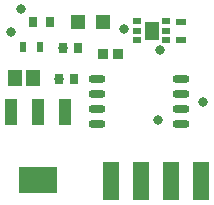
<source format=gts>
G04*
G04 #@! TF.GenerationSoftware,Altium Limited,Altium Designer,20.1.14 (287)*
G04*
G04 Layer_Color=8388736*
%FSLAX25Y25*%
%MOIN*%
G70*
G04*
G04 #@! TF.SameCoordinates,09F66941-CC2D-4279-A4A5-F80E71D954FF*
G04*
G04*
G04 #@! TF.FilePolarity,Negative*
G04*
G01*
G75*
%ADD29R,0.05400X0.12920*%
%ADD30R,0.02762X0.03550*%
%ADD31R,0.03747X0.02172*%
%ADD32O,0.05715X0.02762*%
%ADD33R,0.04534X0.06306*%
%ADD34R,0.02565X0.01975*%
%ADD35R,0.03156X0.03747*%
%ADD36R,0.04534X0.05715*%
%ADD37R,0.03943X0.08668*%
%ADD38R,0.12998X0.08668*%
%ADD39R,0.04731X0.05124*%
%ADD40R,0.02172X0.03747*%
%ADD41R,0.03353X0.03747*%
%ADD42C,0.03200*%
D29*
X260600Y395869D02*
D03*
X270600D02*
D03*
X280600D02*
D03*
X290600D02*
D03*
D30*
X234791Y448700D02*
D03*
X240500D02*
D03*
D31*
X284100Y448753D02*
D03*
Y442847D02*
D03*
D32*
X256144Y429700D02*
D03*
Y424700D02*
D03*
Y419700D02*
D03*
Y414700D02*
D03*
X283900Y429700D02*
D03*
Y424700D02*
D03*
Y419700D02*
D03*
Y414700D02*
D03*
D33*
X274200Y445828D02*
D03*
D34*
X269377Y442678D02*
D03*
Y445828D02*
D03*
Y448978D02*
D03*
X279023Y442678D02*
D03*
Y445828D02*
D03*
Y448978D02*
D03*
D35*
X249661Y440100D02*
D03*
X244739D02*
D03*
X248421Y429700D02*
D03*
X243500D02*
D03*
D36*
X228800Y430000D02*
D03*
X234706D02*
D03*
D37*
X245455Y418621D02*
D03*
X236400D02*
D03*
X227345D02*
D03*
D38*
X236400Y396180D02*
D03*
D39*
X249735Y448900D02*
D03*
X258002D02*
D03*
D40*
X237100Y440300D02*
D03*
X231194D02*
D03*
D41*
X263000Y438200D02*
D03*
X257882D02*
D03*
D42*
X263000D02*
D03*
X276400Y416200D02*
D03*
X277100Y439600D02*
D03*
X265100Y446600D02*
D03*
X230600Y453000D02*
D03*
X228800Y430000D02*
D03*
X236400Y418621D02*
D03*
Y396180D02*
D03*
X227345Y418621D02*
D03*
X227400Y445300D02*
D03*
X243500Y429700D02*
D03*
X244739Y440100D02*
D03*
X291300Y422000D02*
D03*
X290600Y395869D02*
D03*
X260600D02*
D03*
M02*

</source>
